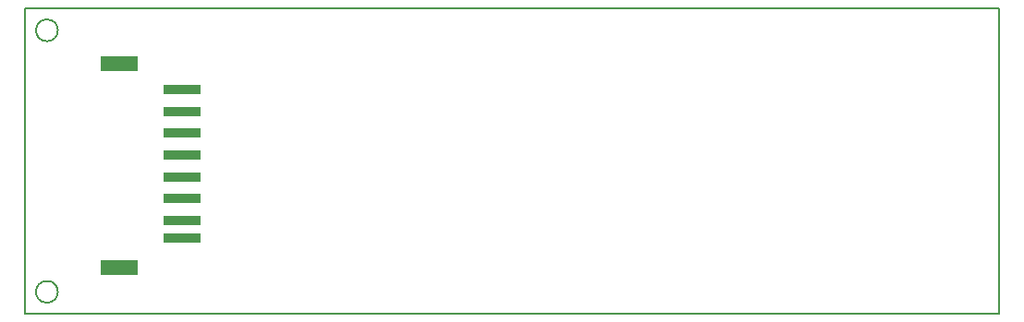
<source format=gbr>
G04 DesignSpark PCB Gerber Version 10.0 Build 5299*
G04 #@! TF.Part,Single*
G04 #@! TF.FileFunction,Paste,Top*
G04 #@! TF.FilePolarity,Positive*
%FSLAX35Y35*%
%MOIN*%
%ADD25C,0.00500*%
G04 #@! TA.AperFunction,WasherPad*
%ADD15R,0.13410X0.03510*%
%ADD14R,0.13170X0.05670*%
G04 #@! TD.AperFunction*
X0Y0D02*
D02*
D14*
X34108Y19307D03*
Y92929D03*
D02*
D15*
X56746Y29937D03*
Y36433D03*
Y44307D03*
Y52181D03*
Y60055D03*
Y67929D03*
Y75803D03*
Y83677D03*
D02*
D25*
X250Y2772D02*
X351431D01*
Y113008D01*
X250D01*
Y2772D01*
X8124Y6709D02*
G75*
G03*
Y14583I0J3937D01*
G01*
G75*
G03*
Y6709I0J-3937D01*
G01*
Y101197D02*
G75*
G03*
Y109071I0J3937D01*
G01*
G75*
G03*
Y101197I0J-3937D01*
G01*
X0Y0D02*
M02*

</source>
